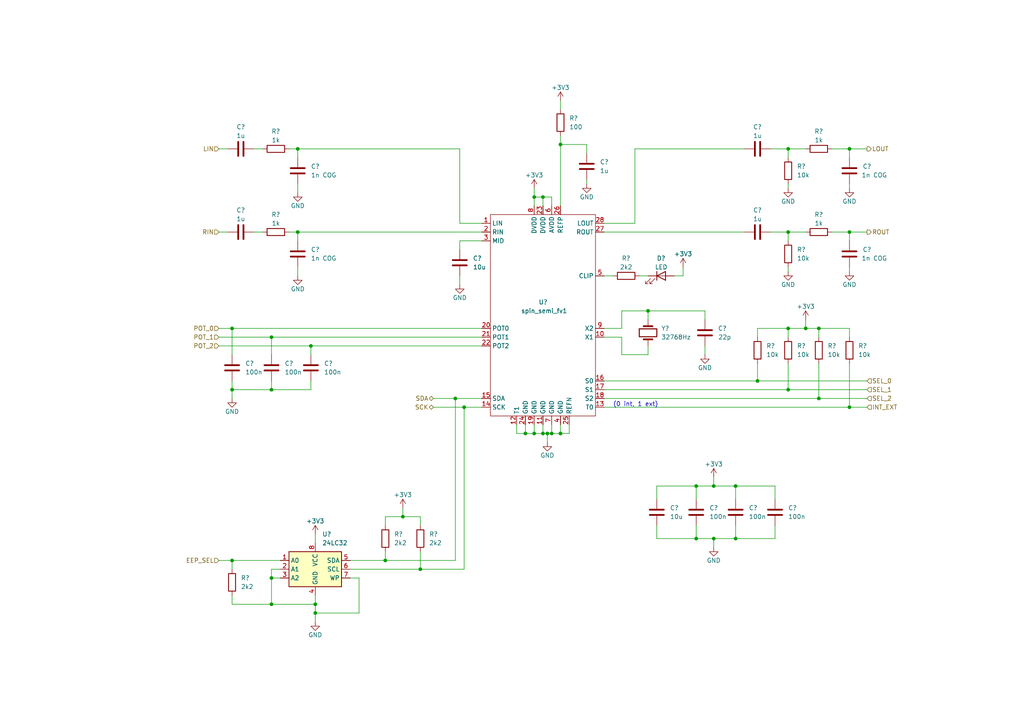
<source format=kicad_sch>
(kicad_sch (version 20211123) (generator eeschema)
  (paper "A4")
  (lib_symbols
    (symbol "Device:C" (pin_numbers hide) (pin_names (offset 0.254))
      (property "Reference" "C" (at 0.635 2.54 0))
      (property "Value" "C" (at 0.635 -2.54 0))
      (symbol "C_0_1"
        (polyline (pts (xy -2.032 -0.762) (xy 2.032 -0.762)) (stroke (width 0.508)))
        (polyline (pts (xy -2.032 0.762) (xy 2.032 0.762)) (stroke (width 0.508)))
      )
      (symbol "C_1_1"
        (pin passive line (at 0 3.81 270) (length 2.794) (name "~") (number "1"))
        (pin passive line (at 0 -3.81 90) (length 2.794) (name "~") (number "2"))
      )
    )
    (symbol "Device:Crystal" (pin_numbers hide) (pin_names (offset 1.016) hide)
      (property "Reference" "Y" (at 0 3.81 0))
      (property "Value" "Crystal" (at 0 -3.81 0))
      (symbol "Crystal_0_1"
        (rectangle (start -1.143 2.54) (end 1.143 -2.54) (stroke (width 0.3048)))
        (polyline (pts (xy -2.54 0) (xy -1.905 0)))
        (polyline (pts (xy -1.905 -1.27) (xy -1.905 1.27)) (stroke (width 0.508)))
        (polyline (pts (xy 1.905 -1.27) (xy 1.905 1.27)) (stroke (width 0.508)))
        (polyline (pts (xy 2.54 0) (xy 1.905 0)))
      )
      (symbol "Crystal_1_1"
        (pin passive line (at -3.81 0 0) (length 1.27) (name "1") (number "1"))
        (pin passive line (at 3.81 0 180) (length 1.27) (name "2") (number "2"))
      )
    )
    (symbol "Device:LED" (pin_numbers hide) (pin_names (offset 1.016) hide)
      (property "Reference" "D" (at 0 2.54 0))
      (property "Value" "LED" (at 0 -2.54 0))
      (symbol "LED_0_1"
        (polyline (pts (xy -1.27 -1.27) (xy -1.27 1.27)) (stroke (width 0.254)))
        (polyline (pts (xy -1.27 0) (xy 1.27 0)))
        (polyline (pts (xy 1.27 -1.27) (xy 1.27 1.27) (xy -1.27 0) (xy 1.27 -1.27)) (stroke (width 0.254)))
        (polyline (pts (xy -3.048 -0.762) (xy -4.572 -2.286) (xy -3.81 -2.286) (xy -4.572 -2.286) (xy -4.572 -1.524)))
        (polyline (pts (xy -1.778 -0.762) (xy -3.302 -2.286) (xy -2.54 -2.286) (xy -3.302 -2.286) (xy -3.302 -1.524)))
      )
      (symbol "LED_1_1"
        (pin passive line (at -3.81 0 0) (length 2.54) (name "K") (number "1"))
        (pin passive line (at 3.81 0 180) (length 2.54) (name "A") (number "2"))
      )
    )
    (symbol "Device:R" (pin_numbers hide) (pin_names (offset 0))
      (property "Reference" "R" (at 2.032 0 90))
      (property "Value" "R" (at 0 0 90))
      (symbol "R_0_1"
        (rectangle (start -1.016 -2.54) (end 1.016 2.54) (stroke (width 0.254)))
      )
      (symbol "R_1_1"
        (pin passive line (at 0 3.81 270) (length 1.27) (name "~") (number "1"))
        (pin passive line (at 0 -3.81 90) (length 1.27) (name "~") (number "2"))
      )
    )
    (symbol "Memory_EEPROM:24LC32"
      (property "Reference" "U" (at -6.35 6.35 0))
      (property "Value" "24LC32" (at 1.27 6.35 0))
      (symbol "24LC32_1_1"
        (rectangle (start -7.62 5.08) (end 7.62 -5.08) (stroke (width 0.254)) (fill (type background)))
        (pin input line (at -10.16 2.54 0) (length 2.54) (name "A0") (number "1"))
        (pin input line (at -10.16 0 0) (length 2.54) (name "A1") (number "2"))
        (pin input line (at -10.16 -2.54 0) (length 2.54) (name "A2") (number "3"))
        (pin power_in line (at 0 -7.62 90) (length 2.54) (name "GND") (number "4"))
        (pin bidirectional line (at 10.16 2.54 180) (length 2.54) (name "SDA") (number "5"))
        (pin input line (at 10.16 0 180) (length 2.54) (name "SCL") (number "6"))
        (pin input line (at 10.16 -2.54 180) (length 2.54) (name "WP") (number "7"))
        (pin power_in line (at 0 7.62 270) (length 2.54) (name "VCC") (number "8"))
      )
    )
    (symbol "custom_symbols:spin_semi_fv1"
      (property "Reference" "U" (at -7.62 38.1 0))
      (property "Value" "spin_semi_fv1" (at -7.62 35.56 0))
      (symbol "spin_semi_fv1_0_1"
        (rectangle (start -7.62 33.02) (end 22.86 -25.4))
      )
      (symbol "spin_semi_fv1_1_1"
        (pin input line (at -10.16 30.48 0) (length 2.54) (name "LIN") (number "1"))
        (pin bidirectional line (at 25.4 -2.54 180) (length 2.54) (name "X1") (number "10"))
        (pin power_in line (at 7.62 -27.94 90) (length 2.54) (name "GND") (number "11"))
        (pin input line (at 0 -27.94 90) (length 2.54) (name "T1") (number "12"))
        (pin input line (at 25.4 -22.86 180) (length 2.54) (name "T0") (number "13"))
        (pin input line (at -10.16 -22.86 0) (length 2.54) (name "SCK") (number "14"))
        (pin input line (at -10.16 -20.32 0) (length 2.54) (name "SDA") (number "15"))
        (pin input line (at 25.4 -15.24 180) (length 2.54) (name "S0") (number "16"))
        (pin input line (at 25.4 -17.78 180) (length 2.54) (name "S1") (number "17"))
        (pin input line (at 25.4 -20.32 180) (length 2.54) (name "S2") (number "18"))
        (pin power_in line (at 5.08 -27.94 90) (length 2.54) (name "GND") (number "19"))
        (pin input line (at -10.16 27.94 0) (length 2.54) (name "RIN") (number "2"))
        (pin input line (at -10.16 0 0) (length 2.54) (name "POT0") (number "20"))
        (pin input line (at -10.16 -2.54 0) (length 2.54) (name "POT1") (number "21"))
        (pin input line (at -10.16 -5.08 0) (length 2.54) (name "POT2") (number "22"))
        (pin power_in line (at 7.62 35.56 270) (length 2.54) (name "DVDD") (number "23"))
        (pin power_in line (at 2.54 -27.94 90) (length 2.54) (name "GND") (number "24"))
        (pin input line (at 15.24 -27.94 90) (length 2.54) (name "REFN") (number "25"))
        (pin input line (at 12.7 35.56 270) (length 2.54) (name "REFP") (number "26"))
        (pin output line (at 25.4 27.94 180) (length 2.54) (name "ROUT") (number "27"))
        (pin output line (at 25.4 30.48 180) (length 2.54) (name "LOUT") (number "28"))
        (pin input line (at -10.16 25.4 0) (length 2.54) (name "MID") (number "3"))
        (pin power_in line (at 12.7 -27.94 90) (length 2.54) (name "GND") (number "4"))
        (pin output line (at 25.4 15.24 180) (length 2.54) (name "CLIP") (number "5"))
        (pin power_in line (at 10.16 35.56 270) (length 2.54) (name "AVDD") (number "6"))
        (pin power_in line (at 10.16 -27.94 90) (length 2.54) (name "GND") (number "7"))
        (pin power_in line (at 5.08 35.56 270) (length 2.54) (name "DVDD") (number "8"))
        (pin bidirectional line (at 25.4 0 180) (length 2.54) (name "X2") (number "9"))
      )
    )
    (symbol "power:+3.3V" (power) (pin_names (offset 0))
      (property "Value" "+3.3V" (at 0 3.556 0))
      (symbol "+3.3V_0_1"
        (polyline (pts (xy -0.762 1.27) (xy 0 2.54)))
        (polyline (pts (xy 0 0) (xy 0 2.54)))
        (polyline (pts (xy 0 2.54) (xy 0.762 1.27)))
      )
      (symbol "+3.3V_1_1"
        (pin power_in line (at 0 0 90) (length 0) hide (name "+3V3") (number "1"))
      )
    )
    (symbol "power:GND" (power) (pin_names (offset 0))
      (property "Value" "GND" (at 0 -3.81 0))
      (symbol "GND_0_1"
        (polyline (pts (xy 0 0) (xy 0 -1.27) (xy 1.27 -1.27) (xy 0 -2.54) (xy -1.27 -1.27) (xy 0 -1.27)))
      )
      (symbol "GND_1_1"
        (pin power_in line (at 0 0 270) (length 0) hide (name "GND") (number "1"))
      )
    )
  )
  (junction (at 86.36 43.18))
  (junction (at 157.48 125.73))
  (junction (at 78.74 175.26))
  (junction (at 91.44 177.8))
  (junction (at 78.74 167.64))
  (junction (at 233.68 95.25))
  (junction (at 157.48 57.15))
  (junction (at 86.36 67.31))
  (junction (at 237.49 95.25))
  (junction (at 228.6 67.31))
  (junction (at 121.92 165.1))
  (junction (at 213.36 140.97))
  (junction (at 132.08 115.57))
  (junction (at 228.6 43.18))
  (junction (at 237.49 115.57))
  (junction (at 67.31 162.56))
  (junction (at 201.93 140.97))
  (junction (at 246.38 118.11))
  (junction (at 160.02 125.73))
  (junction (at 207.01 156.21))
  (junction (at 219.71 110.49))
  (junction (at 152.4 125.73))
  (junction (at 154.94 57.15))
  (junction (at 154.94 125.73))
  (junction (at 78.74 97.79))
  (junction (at 246.38 67.31))
  (junction (at 90.17 100.33))
  (junction (at 246.38 43.18))
  (junction (at 162.56 41.91))
  (junction (at 228.6 113.03))
  (junction (at 228.6 95.25))
  (junction (at 78.74 113.03))
  (junction (at 67.31 95.25))
  (junction (at 116.84 149.86))
  (junction (at 213.36 156.21))
  (junction (at 111.76 162.56))
  (junction (at 187.96 90.17))
  (junction (at 91.44 175.26))
  (junction (at 201.93 156.21))
  (junction (at 134.62 118.11))
  (junction (at 158.75 125.73))
  (junction (at 207.01 140.97))
  (junction (at 162.56 125.73))
  (junction (at 67.31 113.03))
  (wire (pts (xy 237.49 95.25) (xy 246.38 95.25)))
  (wire (pts (xy 187.96 90.17) (xy 204.47 90.17)))
  (wire (pts (xy 78.74 167.64) (xy 78.74 175.26)))
  (wire (pts (xy 67.31 165.1) (xy 67.31 162.56)))
  (wire (pts (xy 170.18 52.07) (xy 170.18 53.34)))
  (wire (pts (xy 246.38 53.34) (xy 246.38 54.61)))
  (wire (pts (xy 228.6 43.18) (xy 228.6 45.72)))
  (wire (pts (xy 198.12 77.47) (xy 198.12 80.01)))
  (wire (pts (xy 90.17 100.33) (xy 139.7 100.33)))
  (wire (pts (xy 170.18 41.91) (xy 162.56 41.91)))
  (wire (pts (xy 152.4 125.73) (xy 154.94 125.73)))
  (wire (pts (xy 224.79 156.21) (xy 224.79 152.4)))
  (wire (pts (xy 78.74 175.26) (xy 91.44 175.26)))
  (wire (pts (xy 86.36 77.47) (xy 86.36 80.01)))
  (wire (pts (xy 223.52 67.31) (xy 228.6 67.31)))
  (wire (pts (xy 224.79 144.78) (xy 224.79 140.97)))
  (wire (pts (xy 190.5 152.4) (xy 190.5 156.21)))
  (wire (pts (xy 219.71 95.25) (xy 228.6 95.25)))
  (wire (pts (xy 78.74 113.03) (xy 90.17 113.03)))
  (wire (pts (xy 213.36 140.97) (xy 207.01 140.97)))
  (wire (pts (xy 63.5 43.18) (xy 66.04 43.18)))
  (wire (pts (xy 213.36 140.97) (xy 213.36 144.78)))
  (wire (pts (xy 187.96 100.33) (xy 187.96 102.87)))
  (wire (pts (xy 139.7 64.77) (xy 133.35 64.77)))
  (wire (pts (xy 134.62 118.11) (xy 139.7 118.11)))
  (wire (pts (xy 63.5 97.79) (xy 78.74 97.79)))
  (wire (pts (xy 195.58 80.01) (xy 198.12 80.01)))
  (wire (pts (xy 154.94 54.61) (xy 154.94 57.15)))
  (wire (pts (xy 184.15 43.18) (xy 215.9 43.18)))
  (wire (pts (xy 121.92 160.02) (xy 121.92 165.1)))
  (wire (pts (xy 160.02 125.73) (xy 162.56 125.73)))
  (wire (pts (xy 133.35 69.85) (xy 133.35 72.39)))
  (wire (pts (xy 158.75 125.73) (xy 158.75 128.27)))
  (wire (pts (xy 121.92 165.1) (xy 134.62 165.1)))
  (wire (pts (xy 175.26 95.25) (xy 180.34 95.25)))
  (wire (pts (xy 228.6 95.25) (xy 233.68 95.25)))
  (wire (pts (xy 175.26 110.49) (xy 219.71 110.49)))
  (wire (pts (xy 63.5 67.31) (xy 66.04 67.31)))
  (wire (pts (xy 241.3 67.31) (xy 246.38 67.31)))
  (wire (pts (xy 63.5 95.25) (xy 67.31 95.25)))
  (wire (pts (xy 204.47 92.71) (xy 204.47 90.17)))
  (wire (pts (xy 219.71 110.49) (xy 251.46 110.49)))
  (wire (pts (xy 190.5 140.97) (xy 190.5 144.78)))
  (wire (pts (xy 213.36 156.21) (xy 224.79 156.21)))
  (wire (pts (xy 78.74 165.1) (xy 78.74 167.64)))
  (wire (pts (xy 91.44 177.8) (xy 91.44 180.34)))
  (wire (pts (xy 91.44 154.94) (xy 91.44 157.48)))
  (wire (pts (xy 228.6 67.31) (xy 228.6 69.85)))
  (wire (pts (xy 224.79 140.97) (xy 213.36 140.97)))
  (wire (pts (xy 246.38 118.11) (xy 251.46 118.11)))
  (wire (pts (xy 91.44 177.8) (xy 104.14 177.8)))
  (wire (pts (xy 67.31 95.25) (xy 139.7 95.25)))
  (wire (pts (xy 160.02 123.19) (xy 160.02 125.73)))
  (wire (pts (xy 187.96 102.87) (xy 180.34 102.87)))
  (wire (pts (xy 133.35 43.18) (xy 133.35 64.77)))
  (wire (pts (xy 160.02 57.15) (xy 157.48 57.15)))
  (wire (pts (xy 86.36 67.31) (xy 83.82 67.31)))
  (wire (pts (xy 180.34 95.25) (xy 180.34 90.17)))
  (wire (pts (xy 90.17 113.03) (xy 90.17 110.49)))
  (wire (pts (xy 213.36 152.4) (xy 213.36 156.21)))
  (wire (pts (xy 228.6 67.31) (xy 233.68 67.31)))
  (wire (pts (xy 116.84 147.32) (xy 116.84 149.86)))
  (wire (pts (xy 154.94 125.73) (xy 157.48 125.73)))
  (wire (pts (xy 241.3 43.18) (xy 246.38 43.18)))
  (wire (pts (xy 134.62 165.1) (xy 134.62 118.11)))
  (wire (pts (xy 246.38 69.85) (xy 246.38 67.31)))
  (wire (pts (xy 157.48 125.73) (xy 158.75 125.73)))
  (wire (pts (xy 246.38 118.11) (xy 246.38 105.41)))
  (wire (pts (xy 175.26 113.03) (xy 228.6 113.03)))
  (wire (pts (xy 233.68 95.25) (xy 237.49 95.25)))
  (wire (pts (xy 228.6 77.47) (xy 228.6 78.74)))
  (wire (pts (xy 207.01 156.21) (xy 207.01 158.75)))
  (wire (pts (xy 67.31 95.25) (xy 67.31 102.87)))
  (wire (pts (xy 160.02 59.69) (xy 160.02 57.15)))
  (wire (pts (xy 246.38 45.72) (xy 246.38 43.18)))
  (wire (pts (xy 157.48 123.19) (xy 157.48 125.73)))
  (wire (pts (xy 162.56 125.73) (xy 165.1 125.73)))
  (wire (pts (xy 125.73 115.57) (xy 132.08 115.57)))
  (wire (pts (xy 152.4 123.19) (xy 152.4 125.73)))
  (wire (pts (xy 67.31 113.03) (xy 78.74 113.03)))
  (wire (pts (xy 184.15 64.77) (xy 184.15 43.18)))
  (wire (pts (xy 111.76 149.86) (xy 116.84 149.86)))
  (wire (pts (xy 111.76 160.02) (xy 111.76 162.56)))
  (wire (pts (xy 104.14 167.64) (xy 104.14 177.8)))
  (wire (pts (xy 86.36 43.18) (xy 133.35 43.18)))
  (wire (pts (xy 133.35 80.01) (xy 133.35 82.55)))
  (wire (pts (xy 185.42 80.01) (xy 187.96 80.01)))
  (wire (pts (xy 223.52 43.18) (xy 228.6 43.18)))
  (wire (pts (xy 162.56 41.91) (xy 162.56 59.69)))
  (wire (pts (xy 78.74 110.49) (xy 78.74 113.03)))
  (wire (pts (xy 78.74 97.79) (xy 139.7 97.79)))
  (wire (pts (xy 67.31 110.49) (xy 67.31 113.03)))
  (wire (pts (xy 149.86 123.19) (xy 149.86 125.73)))
  (wire (pts (xy 207.01 138.43) (xy 207.01 140.97)))
  (wire (pts (xy 175.26 118.11) (xy 246.38 118.11)))
  (wire (pts (xy 190.5 156.21) (xy 201.93 156.21)))
  (wire (pts (xy 175.26 115.57) (xy 237.49 115.57)))
  (wire (pts (xy 116.84 149.86) (xy 121.92 149.86)))
  (wire (pts (xy 201.93 140.97) (xy 190.5 140.97)))
  (wire (pts (xy 162.56 29.21) (xy 162.56 31.75)))
  (wire (pts (xy 91.44 175.26) (xy 91.44 177.8)))
  (wire (pts (xy 101.6 167.64) (xy 104.14 167.64)))
  (wire (pts (xy 78.74 97.79) (xy 78.74 102.87)))
  (wire (pts (xy 90.17 100.33) (xy 90.17 102.87)))
  (wire (pts (xy 86.36 67.31) (xy 139.7 67.31)))
  (wire (pts (xy 207.01 140.97) (xy 201.93 140.97)))
  (wire (pts (xy 86.36 45.72) (xy 86.36 43.18)))
  (wire (pts (xy 63.5 162.56) (xy 67.31 162.56)))
  (wire (pts (xy 228.6 113.03) (xy 228.6 105.41)))
  (wire (pts (xy 154.94 123.19) (xy 154.94 125.73)))
  (wire (pts (xy 111.76 149.86) (xy 111.76 152.4)))
  (wire (pts (xy 228.6 95.25) (xy 228.6 97.79)))
  (wire (pts (xy 154.94 59.69) (xy 154.94 57.15)))
  (wire (pts (xy 149.86 125.73) (xy 152.4 125.73)))
  (wire (pts (xy 91.44 172.72) (xy 91.44 175.26)))
  (wire (pts (xy 67.31 175.26) (xy 78.74 175.26)))
  (wire (pts (xy 157.48 57.15) (xy 157.48 59.69)))
  (wire (pts (xy 78.74 167.64) (xy 81.28 167.64)))
  (wire (pts (xy 201.93 152.4) (xy 201.93 156.21)))
  (wire (pts (xy 204.47 100.33) (xy 204.47 102.87)))
  (wire (pts (xy 175.26 67.31) (xy 215.9 67.31)))
  (wire (pts (xy 132.08 162.56) (xy 132.08 115.57)))
  (wire (pts (xy 67.31 113.03) (xy 67.31 115.57)))
  (wire (pts (xy 246.38 43.18) (xy 251.46 43.18)))
  (wire (pts (xy 86.36 43.18) (xy 83.82 43.18)))
  (wire (pts (xy 180.34 102.87) (xy 180.34 97.79)))
  (wire (pts (xy 201.93 140.97) (xy 201.93 144.78)))
  (wire (pts (xy 207.01 156.21) (xy 213.36 156.21)))
  (wire (pts (xy 228.6 53.34) (xy 228.6 54.61)))
  (wire (pts (xy 165.1 123.19) (xy 165.1 125.73)))
  (wire (pts (xy 86.36 53.34) (xy 86.36 55.88)))
  (wire (pts (xy 228.6 113.03) (xy 251.46 113.03)))
  (wire (pts (xy 237.49 115.57) (xy 251.46 115.57)))
  (wire (pts (xy 121.92 152.4) (xy 121.92 149.86)))
  (wire (pts (xy 233.68 92.71) (xy 233.68 95.25)))
  (wire (pts (xy 154.94 57.15) (xy 157.48 57.15)))
  (wire (pts (xy 246.38 77.47) (xy 246.38 78.74)))
  (wire (pts (xy 219.71 97.79) (xy 219.71 95.25)))
  (wire (pts (xy 162.56 123.19) (xy 162.56 125.73)))
  (wire (pts (xy 246.38 67.31) (xy 251.46 67.31)))
  (wire (pts (xy 73.66 67.31) (xy 76.2 67.31)))
  (wire (pts (xy 180.34 97.79) (xy 175.26 97.79)))
  (wire (pts (xy 101.6 165.1) (xy 121.92 165.1)))
  (wire (pts (xy 162.56 39.37) (xy 162.56 41.91)))
  (wire (pts (xy 187.96 90.17) (xy 187.96 92.71)))
  (wire (pts (xy 219.71 110.49) (xy 219.71 105.41)))
  (wire (pts (xy 246.38 95.25) (xy 246.38 97.79)))
  (wire (pts (xy 175.26 80.01) (xy 177.8 80.01)))
  (wire (pts (xy 170.18 44.45) (xy 170.18 41.91)))
  (wire (pts (xy 78.74 165.1) (xy 81.28 165.1)))
  (wire (pts (xy 67.31 162.56) (xy 81.28 162.56)))
  (wire (pts (xy 237.49 115.57) (xy 237.49 105.41)))
  (wire (pts (xy 111.76 162.56) (xy 132.08 162.56)))
  (wire (pts (xy 158.75 125.73) (xy 160.02 125.73)))
  (wire (pts (xy 175.26 64.77) (xy 184.15 64.77)))
  (wire (pts (xy 125.73 118.11) (xy 134.62 118.11)))
  (wire (pts (xy 228.6 43.18) (xy 233.68 43.18)))
  (wire (pts (xy 101.6 162.56) (xy 111.76 162.56)))
  (wire (pts (xy 201.93 156.21) (xy 207.01 156.21)))
  (wire (pts (xy 132.08 115.57) (xy 139.7 115.57)))
  (wire (pts (xy 67.31 172.72) (xy 67.31 175.26)))
  (wire (pts (xy 180.34 90.17) (xy 187.96 90.17)))
  (wire (pts (xy 237.49 95.25) (xy 237.49 97.79)))
  (wire (pts (xy 73.66 43.18) (xy 76.2 43.18)))
  (wire (pts (xy 63.5 100.33) (xy 90.17 100.33)))
  (wire (pts (xy 139.7 69.85) (xy 133.35 69.85)))
  (wire (pts (xy 86.36 69.85) (xy 86.36 67.31)))
  (text "(0 int, 1 ext)" (at 177.8 118.11 0) (effects (font (size 1.27 1.27)) (justify left bottom)))
  (hierarchical_label "INT_EXT" (shape input) (at 251.46 118.11 0))
  (hierarchical_label "SCK" (shape bidirectional) (at 125.73 118.11 180))
  (hierarchical_label "ROUT" (shape output) (at 251.46 67.31 0))
  (hierarchical_label "RIN" (shape input) (at 63.5 67.31 180))
  (hierarchical_label "SDA" (shape bidirectional) (at 125.73 115.57 180))
  (hierarchical_label "SEL_1" (shape input) (at 251.46 113.03 0))
  (hierarchical_label "POT_2" (shape input) (at 63.5 100.33 180))
  (hierarchical_label "LIN" (shape input) (at 63.5 43.18 180))
  (hierarchical_label "POT_1" (shape input) (at 63.5 97.79 180))
  (hierarchical_label "SEL_2" (shape input) (at 251.46 115.57 0))
  (hierarchical_label "POT_0" (shape input) (at 63.5 95.25 180))
  (hierarchical_label "EEP_SEL" (shape input) (at 63.5 162.56 180))
  (hierarchical_label "SEL_0" (shape input) (at 251.46 110.49 0))
  (hierarchical_label "LOUT" (shape output) (at 251.46 43.18 0))
  (symbol (lib_id "Device:R") (at 237.49 43.18 90) (unit 1)
    (property "Reference" "R?" (at 237.49 38.1 90))
    (property "Value" "1k" (at 237.49 40.64 90))
  )
  (symbol (lib_id "Device:R") (at 228.6 101.6 0) (unit 1)
    (property "Reference" "R?" (at 231.14 100.3299 0) (effects (justify left)))
    (property "Value" "10k" (at 231.14 102.8699 0) (effects (justify left)))
  )
  (symbol (lib_id "Device:R") (at 80.01 67.31 90) (unit 1)
    (property "Reference" "R?" (at 80.01 62.23 90))
    (property "Value" "1k" (at 80.01 64.77 90))
  )
  (symbol (lib_id "power:GND") (at 228.6 54.61 0) (unit 1)
    (property "Reference" "#PWR?" (effects hide))
    (property "Value" "GND" (at 228.6 58.42 0))
  )
  (symbol (lib_id "Device:C") (at 69.85 67.31 90) (unit 1)
    (property "Reference" "C?" (at 69.85 60.96 90))
    (property "Value" "1u" (at 69.85 63.5 90))
  )
  (symbol (lib_id "Device:C") (at 246.38 73.66 0) (unit 1)
    (property "Reference" "C?" (at 250.19 72.3899 0) (effects (justify left)))
    (property "Value" " 1n COG" (at 248.92 74.93 0) (effects (justify left)))
  )
  (symbol (lib_id "power:GND") (at 170.18 53.34 0) (unit 1)
    (property "Reference" "#PWR?" (effects hide))
    (property "Value" "GND" (at 170.18 57.15 0))
  )
  (symbol (lib_id "power:+3.3V") (at 233.68 92.71 0) (unit 1)
    (property "Reference" "#PWR?" (effects hide))
    (property "Value" "+3.3V" (at 233.68 88.9 0))
  )
  (symbol (lib_id "Device:C") (at 170.18 48.26 0) (unit 1)
    (property "Reference" "C?" (at 173.99 46.9899 0) (effects (justify left)))
    (property "Value" "1u" (at 173.99 49.5299 0) (effects (justify left)))
  )
  (symbol (lib_id "Device:C") (at 219.71 67.31 90) (unit 1)
    (property "Reference" "C?" (at 219.71 60.96 90))
    (property "Value" "1u" (at 219.71 63.5 90))
  )
  (symbol (lib_id "Device:C") (at 201.93 148.59 0) (unit 1)
    (property "Reference" "C?" (at 205.74 147.3199 0) (effects (justify left)))
    (property "Value" "100n" (at 205.74 149.8599 0) (effects (justify left)))
  )
  (symbol (lib_id "Device:R") (at 67.31 168.91 0) (unit 1)
    (property "Reference" "R?" (at 69.85 167.6399 0) (effects (justify left)))
    (property "Value" "2k2" (at 69.85 170.1799 0) (effects (justify left)))
  )
  (symbol (lib_id "Device:R") (at 228.6 49.53 0) (unit 1)
    (property "Reference" "R?" (at 231.14 48.2599 0) (effects (justify left)))
    (property "Value" "10k" (at 231.14 50.7999 0) (effects (justify left)))
  )
  (symbol (lib_id "Device:R") (at 237.49 67.31 90) (unit 1)
    (property "Reference" "R?" (at 237.49 62.23 90))
    (property "Value" "1k" (at 237.49 64.77 90))
  )
  (symbol (lib_id "Device:C") (at 204.47 96.52 0) (mirror y) (unit 1)
    (property "Reference" "C?" (at 210.82 95.25 0) (effects (justify left)))
    (property "Value" "22p" (at 212.09 97.79 0) (effects (justify left)))
  )
  (symbol (lib_id "Device:R") (at 228.6 73.66 0) (unit 1)
    (property "Reference" "R?" (at 231.14 72.3899 0) (effects (justify left)))
    (property "Value" "10k" (at 231.14 74.9299 0) (effects (justify left)))
  )
  (symbol (lib_id "power:GND") (at 207.01 158.75 0) (unit 1)
    (property "Reference" "#PWR?" (effects hide))
    (property "Value" "GND" (at 207.01 162.56 0))
  )
  (symbol (lib_id "Device:C") (at 246.38 49.53 0) (unit 1)
    (property "Reference" "C?" (at 250.19 48.2599 0) (effects (justify left)))
    (property "Value" " 1n COG" (at 248.92 50.8 0) (effects (justify left)))
  )
  (symbol (lib_id "Device:Crystal") (at 187.96 96.52 270) (mirror x) (unit 1)
    (property "Reference" "Y?" (at 191.77 95.2499 90) (effects (justify left)))
    (property "Value" "32768Hz" (at 191.77 97.7899 90) (effects (justify left)))
  )
  (symbol (lib_id "power:GND") (at 246.38 54.61 0) (unit 1)
    (property "Reference" "#PWR?" (effects hide))
    (property "Value" "GND" (at 246.38 58.42 0))
  )
  (symbol (lib_id "Device:C") (at 69.85 43.18 90) (unit 1)
    (property "Reference" "C?" (at 69.85 36.83 90))
    (property "Value" "1u" (at 69.85 39.37 90))
  )
  (symbol (lib_id "power:GND") (at 91.44 180.34 0) (unit 1)
    (property "Reference" "#PWR?" (effects hide))
    (property "Value" "GND" (at 91.44 184.15 0))
  )
  (symbol (lib_id "Device:C") (at 67.31 106.68 0) (unit 1)
    (property "Reference" "C?" (at 71.12 105.4099 0) (effects (justify left)))
    (property "Value" "100n" (at 71.12 107.9499 0) (effects (justify left)))
  )
  (symbol (lib_id "power:GND") (at 133.35 82.55 0) (unit 1)
    (property "Reference" "#PWR?" (effects hide))
    (property "Value" "GND" (at 133.35 86.36 0))
  )
  (symbol (lib_id "power:GND") (at 86.36 80.01 0) (unit 1)
    (property "Reference" "#PWR?" (effects hide))
    (property "Value" "GND" (at 86.36 83.82 0))
  )
  (symbol (lib_id "power:+3.3V") (at 198.12 77.47 0) (unit 1)
    (property "Reference" "#PWR?" (effects hide))
    (property "Value" "+3.3V" (at 198.12 73.66 0))
  )
  (symbol (lib_id "Device:C") (at 213.36 148.59 0) (unit 1)
    (property "Reference" "C?" (at 217.17 147.3199 0) (effects (justify left)))
    (property "Value" "100n" (at 217.17 149.8599 0) (effects (justify left)))
  )
  (symbol (lib_id "power:GND") (at 67.31 115.57 0) (unit 1)
    (property "Reference" "#PWR?" (effects hide))
    (property "Value" "GND" (at 67.31 119.38 0))
  )
  (symbol (lib_id "power:GND") (at 86.36 55.88 0) (unit 1)
    (property "Reference" "#PWR?" (effects hide))
    (property "Value" "GND" (at 86.36 59.69 0))
  )
  (symbol (lib_id "Device:R") (at 80.01 43.18 90) (unit 1)
    (property "Reference" "R?" (at 80.01 38.1 90))
    (property "Value" "1k" (at 80.01 40.64 90))
  )
  (symbol (lib_id "Device:R") (at 246.38 101.6 0) (unit 1)
    (property "Reference" "R?" (at 248.92 100.3299 0) (effects (justify left)))
    (property "Value" "10k" (at 248.92 102.8699 0) (effects (justify left)))
  )
  (symbol (lib_id "Device:R") (at 121.92 156.21 0) (unit 1)
    (property "Reference" "R?" (at 124.46 154.9399 0) (effects (justify left)))
    (property "Value" "2k2" (at 124.46 157.4799 0) (effects (justify left)))
  )
  (symbol (lib_id "Device:C") (at 224.79 148.59 0) (unit 1)
    (property "Reference" "C?" (at 228.6 147.3199 0) (effects (justify left)))
    (property "Value" "100n" (at 228.6 149.8599 0) (effects (justify left)))
  )
  (symbol (lib_id "power:+3.3V") (at 162.56 29.21 0) (unit 1)
    (property "Reference" "#PWR?" (effects hide))
    (property "Value" "+3.3V" (at 162.56 25.4 0))
  )
  (symbol (lib_id "power:+3.3V") (at 116.84 147.32 0) (unit 1)
    (property "Reference" "#PWR?" (effects hide))
    (property "Value" "+3.3V" (at 116.84 143.51 0))
  )
  (symbol (lib_id "Device:C") (at 78.74 106.68 0) (unit 1)
    (property "Reference" "C?" (at 82.55 105.4099 0) (effects (justify left)))
    (property "Value" "100n" (at 82.55 107.9499 0) (effects (justify left)))
  )
  (symbol (lib_id "Device:C") (at 133.35 76.2 0) (unit 1)
    (property "Reference" "C?" (at 137.16 74.9299 0) (effects (justify left)))
    (property "Value" "10u" (at 137.16 77.4699 0) (effects (justify left)))
  )
  (symbol (lib_id "Device:C") (at 219.71 43.18 90) (unit 1)
    (property "Reference" "C?" (at 219.71 36.83 90))
    (property "Value" "1u" (at 219.71 39.37 90))
  )
  (symbol (lib_id "Device:LED") (at 191.77 80.01 0) (unit 1)
    (property "Reference" "D?" (at 191.77 74.93 0))
    (property "Value" "LED" (at 191.77 77.47 0))
  )
  (symbol (lib_id "power:GND") (at 246.38 78.74 0) (unit 1)
    (property "Reference" "#PWR?" (effects hide))
    (property "Value" "GND" (at 246.38 82.55 0))
  )
  (symbol (lib_id "Device:C") (at 190.5 148.59 0) (unit 1)
    (property "Reference" "C?" (at 194.31 147.3199 0) (effects (justify left)))
    (property "Value" "10u" (at 194.31 149.8599 0) (effects (justify left)))
  )
  (symbol (lib_id "Device:R") (at 237.49 101.6 0) (unit 1)
    (property "Reference" "R?" (at 240.03 100.3299 0) (effects (justify left)))
    (property "Value" "10k" (at 240.03 102.8699 0) (effects (justify left)))
  )
  (symbol (lib_id "Device:C") (at 86.36 49.53 0) (unit 1)
    (property "Reference" "C?" (at 90.17 48.2599 0) (effects (justify left)))
    (property "Value" "1n COG" (at 90.17 50.7999 0) (effects (justify left)))
  )
  (symbol (lib_id "Device:C") (at 90.17 106.68 0) (unit 1)
    (property "Reference" "C?" (at 93.98 105.4099 0) (effects (justify left)))
    (property "Value" "100n" (at 93.98 107.9499 0) (effects (justify left)))
  )
  (symbol (lib_id "power:GND") (at 158.75 128.27 0) (unit 1)
    (property "Reference" "#PWR?" (effects hide))
    (property "Value" "GND" (at 158.75 132.08 0))
  )
  (symbol (lib_id "power:GND") (at 228.6 78.74 0) (unit 1)
    (property "Reference" "#PWR?" (effects hide))
    (property "Value" "GND" (at 228.6 82.55 0))
  )
  (symbol (lib_id "power:GND") (at 204.47 102.87 0) (mirror y) (unit 1)
    (property "Reference" "#PWR?" (effects hide))
    (property "Value" "GND" (at 204.47 106.68 0))
  )
  (symbol (lib_id "power:+3.3V") (at 154.94 54.61 0) (unit 1)
    (property "Reference" "#PWR?" (effects hide))
    (property "Value" "+3.3V" (at 154.94 50.8 0))
  )
  (symbol (lib_id "Device:C") (at 86.36 73.66 0) (unit 1)
    (property "Reference" "C?" (at 90.17 72.3899 0) (effects (justify left)))
    (property "Value" "1n COG" (at 90.17 74.9299 0) (effects (justify left)))
  )
  (symbol (lib_id "Device:R") (at 111.76 156.21 0) (unit 1)
    (property "Reference" "R?" (at 114.3 154.9399 0) (effects (justify left)))
    (property "Value" "2k2" (at 114.3 157.4799 0) (effects (justify left)))
  )
  (symbol (lib_id "Device:R") (at 181.61 80.01 90) (unit 1)
    (property "Reference" "R?" (at 181.61 74.93 90))
    (property "Value" "2k2" (at 181.61 77.47 90))
  )
  (symbol (lib_id "Device:R") (at 219.71 101.6 0) (unit 1)
    (property "Reference" "R?" (at 222.25 100.3299 0) (effects (justify left)))
    (property "Value" "10k" (at 222.25 102.8699 0) (effects (justify left)))
  )
  (symbol (lib_id "custom_symbols:spin_semi_fv1") (at 149.86 95.25 0) (unit 1)
    (property "Reference" "U?" (at 156.21 87.63 0) (effects (justify left)))
    (property "Value" "spin_semi_fv1" (at 151.13 90.17 0) (effects (justify left)))
  )
  (symbol (lib_id "power:+3.3V") (at 207.01 138.43 0) (unit 1)
    (property "Reference" "#PWR?" (effects hide))
    (property "Value" "+3.3V" (at 207.01 134.62 0))
  )
  (symbol (lib_id "Memory_EEPROM:24LC32") (at 91.44 165.1 0) (unit 1)
    (property "Reference" "U?" (at 93.4594 154.94 0) (effects (justify left)))
    (property "Value" "24LC32" (at 93.4594 157.48 0) (effects (justify left)))
    (property "Datasheet" "http://ww1.microchip.com/downloads/en/DeviceDoc/21072G.pdf" (effects hide))
  )
  (symbol (lib_id "power:+3.3V") (at 91.44 154.94 0) (unit 1)
    (property "Reference" "#PWR?" (effects hide))
    (property "Value" "+3.3V" (at 91.44 151.13 0))
  )
  (symbol (lib_id "Device:R") (at 162.56 35.56 0) (unit 1)
    (property "Reference" "R?" (at 165.1 34.2899 0) (effects (justify left)))
    (property "Value" "100" (at 165.1 36.8299 0) (effects (justify left)))
  )
)
</source>
